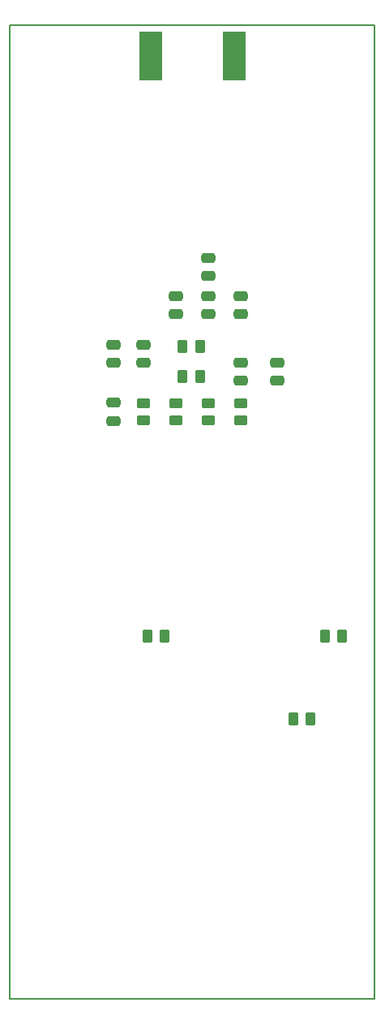
<source format=gbp>
G04 #@! TF.GenerationSoftware,KiCad,Pcbnew,9.0.6*
G04 #@! TF.CreationDate,2025-12-24T12:42:27-06:00*
G04 #@! TF.ProjectId,TVC,5456432e-6b69-4636-9164-5f7063625858,rev?*
G04 #@! TF.SameCoordinates,Original*
G04 #@! TF.FileFunction,Paste,Bot*
G04 #@! TF.FilePolarity,Positive*
%FSLAX46Y46*%
G04 Gerber Fmt 4.6, Leading zero omitted, Abs format (unit mm)*
G04 Created by KiCad (PCBNEW 9.0.6) date 2025-12-24 12:42:27*
%MOMM*%
%LPD*%
G01*
G04 APERTURE LIST*
G04 Aperture macros list*
%AMRoundRect*
0 Rectangle with rounded corners*
0 $1 Rounding radius*
0 $2 $3 $4 $5 $6 $7 $8 $9 X,Y pos of 4 corners*
0 Add a 4 corners polygon primitive as box body*
4,1,4,$2,$3,$4,$5,$6,$7,$8,$9,$2,$3,0*
0 Add four circle primitives for the rounded corners*
1,1,$1+$1,$2,$3*
1,1,$1+$1,$4,$5*
1,1,$1+$1,$6,$7*
1,1,$1+$1,$8,$9*
0 Add four rect primitives between the rounded corners*
20,1,$1+$1,$2,$3,$4,$5,0*
20,1,$1+$1,$4,$5,$6,$7,0*
20,1,$1+$1,$6,$7,$8,$9,0*
20,1,$1+$1,$8,$9,$2,$3,0*%
G04 Aperture macros list end*
%ADD10R,2.420000X5.080000*%
%ADD11RoundRect,0.250000X-0.475000X0.250000X-0.475000X-0.250000X0.475000X-0.250000X0.475000X0.250000X0*%
%ADD12RoundRect,0.250000X0.475000X-0.250000X0.475000X0.250000X-0.475000X0.250000X-0.475000X-0.250000X0*%
%ADD13RoundRect,0.250000X-0.262500X-0.450000X0.262500X-0.450000X0.262500X0.450000X-0.262500X0.450000X0*%
%ADD14RoundRect,0.250000X0.450000X-0.262500X0.450000X0.262500X-0.450000X0.262500X-0.450000X-0.262500X0*%
%ADD15RoundRect,0.250000X0.262500X0.450000X-0.262500X0.450000X-0.262500X-0.450000X0.262500X-0.450000X0*%
G04 #@! TA.AperFunction,Profile*
%ADD16C,0.200000*%
G04 #@! TD*
G04 APERTURE END LIST*
D10*
X151921250Y-53415000D03*
X143161250Y-53415000D03*
D11*
X149254584Y-78425000D03*
X149254584Y-80325000D03*
D12*
X142481250Y-85405000D03*
X142481250Y-83505000D03*
X149254584Y-76388000D03*
X149254584Y-74488000D03*
D13*
X146521750Y-86868000D03*
X148346750Y-86868000D03*
D11*
X152641250Y-78425000D03*
X152641250Y-80325000D03*
D12*
X139306250Y-91477500D03*
X139306250Y-89577500D03*
D13*
X142838750Y-113919000D03*
X144663750Y-113919000D03*
X146521750Y-83693000D03*
X148346750Y-83693000D03*
D14*
X152641250Y-91440000D03*
X152641250Y-89615000D03*
D11*
X145867917Y-78425000D03*
X145867917Y-80325000D03*
X152641250Y-85410000D03*
X152641250Y-87310000D03*
D12*
X139306250Y-85405000D03*
X139306250Y-83505000D03*
D14*
X145867917Y-91440000D03*
X145867917Y-89615000D03*
X149254583Y-91440000D03*
X149254583Y-89615000D03*
D12*
X156451250Y-87310000D03*
X156451250Y-85410000D03*
D14*
X142481250Y-91440000D03*
X142481250Y-89615000D03*
D15*
X159903750Y-122555000D03*
X158078750Y-122555000D03*
D13*
X161380750Y-113919000D03*
X163205750Y-113919000D03*
D16*
X128511250Y-50165000D02*
X166611250Y-50165000D01*
X166611250Y-151765000D01*
X128511250Y-151765000D01*
X128511250Y-50165000D01*
M02*

</source>
